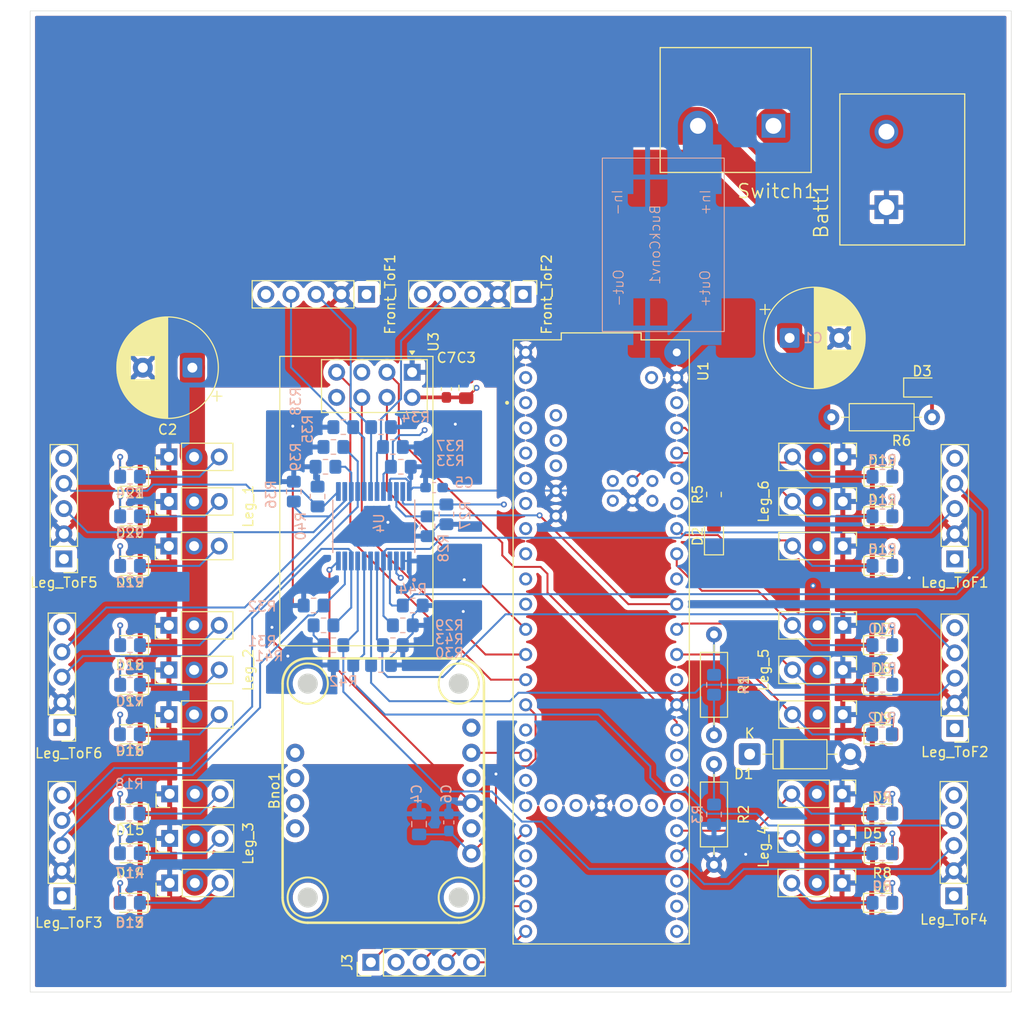
<source format=kicad_pcb>
(kicad_pcb (version 20241229) (generator "pcbnew") (generator_version "9.0")
  (layers (0 "F.Cu" signal) (4 "In1.Cu" signal) (6 "In2.Cu" signal) (2 "B.Cu" signal) (13 "F.Paste" user) (15 "B.Paste" user) (5 "F.SilkS" user "F.Silkscreen") (7 "B.SilkS" user "B.Silkscreen") (1 "F.Mask" user) (3 "B.Mask" user) (25 "Edge.Cuts" user))
  (net 0 "")
  (net 1 "GND")
  (net 2 "Net-(Batt1-Pad2)")
  (net 3 "/Teensy VIN")
  (net 4 "VCC")
  (net 5 "+3.3V")
  (net 6 "Net-(D2-A)")
  (net 7 "Net-(D3-A)")
  (net 8 "Net-(D4-A)")
  (net 9 "Net-(D5-A)")
  (net 10 "Net-(D6-A)")
  (net 11 "Net-(D7-A)")
  (net 12 "Net-(D8-A)")
  (net 13 "Net-(D9-A)")
  (net 14 "Net-(D10-A)")
  (net 15 "/Batt Voltage Div")
  (net 16 "/36")
  (net 17 "/33")
  (net 18 "/37")
  (net 19 "/14")
  (net 20 "/18")
  (net 21 "/15")
  (net 22 "/22")
  (net 23 "/23")
  (net 24 "/19")
  (net 25 "/CE")
  (net 26 "/MISO")
  (net 27 "/CS")
  (net 28 "/SCK")
  (net 30 "/MOSI")
  (net 33 "Net-(D11-A)")
  (net 34 "Net-(D12-A)")
  (net 35 "Net-(D13-A)")
  (net 37 "Net-(D14-A)")
  (net 39 "Net-(D15-A)")
  (net 40 "Net-(D16-A)")
  (net 41 "Net-(D17-A)")
  (net 42 "Net-(D18-A)")
  (net 43 "Net-(D19-A)")
  (net 44 "Net-(D20-A)")
  (net 45 "Net-(D21-A)")
  (net 47 "/2")
  (net 49 "+5V")
  (net 51 "/0")
  (net 52 "/1")
  (net 53 "/5")
  (net 54 "/4")
  (net 55 "/3")
  (net 56 "/6")
  (net 57 "/7")
  (net 58 "/8")
  (net 59 "Net-(R5-Pad2)")
  (net 60 "/I2C Exp SDA")
  (net 61 "/I2C Exp SCL")
  (net 66 "/SCL")
  (net 71 "/SDA")
  (net 72 "/H1")
  (net 73 "/H4")
  (net 74 "/H2")
  (net 75 "/H3")
  (net 76 "/J5")
  (net 77 "/J2")
  (net 78 "/J3")
  (net 79 "/J4")
  (net 80 "/J1")
  (net 81 "/K5")
  (net 82 "/K3")
  (net 83 "/K4")
  (net 84 "/K2")
  (net 85 "/K1")
  (net 86 "/SD6")
  (net 87 "/SC6")
  (net 88 "/SD7")
  (net 89 "/SC7")
  (net 90 "/SD0")
  (net 91 "/SC0")
  (net 92 "/SD1")
  (net 93 "/SC1")
  (net 94 "/SD3")
  (net 95 "/SC3")
  (net 96 "/SC2")
  (net 97 "/SD2")
  (net 98 "/SC4")
  (net 99 "/SD4")
  (net 100 "/SD5")
  (net 101 "/SC5")
  (footprint "Capacitor_SMD:C_0805_2012Metric_Pad1.18x1.45mm_HandSolder" (layer "F.Cu") (at 205 55.0375 90)
    (property "Reference" "C3")
    (property "Value" "10uf")
  )
  (footprint "LED_SMD:LED_0805_2012Metric_Pad1.15x1.40mm_HandSolder" (layer "F.Cu") (at 246.95 81)
    (property "Reference" "D7")
    (property "Value" "LED")
  )
  (footprint "LED_SMD:LED_0805_2012Metric_Pad1.15x1.40mm_HandSolder" (layer "F.Cu") (at 247.025 102)
    (property "Reference" "D5")
    (property "Value" "LED")
  )
  (footprint "LED_SMD:LED_0805_2012Metric_Pad1.15x1.40mm_HandSolder" (layer "F.Cu") (at 246.95 98)
    (property "Reference" "D4")
    (property "Value" "LED")
  )
  (footprint "Connector_PinHeader_2.54mm:PinHeader_1x05_P2.54mm_Vertical" (layer "F.Cu") (at 254.3 89.4 180)
    (property "Reference" "Leg_ToF2")
    (property "Value" "Conn_01x05_Pin")
  )
  (footprint "LED_SMD:LED_0805_2012Metric_Pad1.15x1.40mm_HandSolder" (layer "F.Cu") (at 247 73)
    (property "Reference" "D12")
    (property "Value" "LED")
  )
  (footprint "Connector_PinHeader_2.54mm:PinHeader_1x05_P2.54mm_Vertical" (layer "F.Cu") (at 254.3 72.3 180)
    (property "Reference" "Leg_ToF1")
    (property "Value" "Conn_01x05_Pin")
  )
  (footprint "Resistor_SMD:R_0805_2012Metric_Pad1.20x1.40mm_HandSolder" (layer "F.Cu") (at 230 65.795 90)
    (property "Reference" "R5")
    (property "Value" "510")
  )
  (footprint "Motors:Leg_Servo" (layer "F.Cu") (at 177.62 100.5 90)
    (property "Reference" "Leg_3")
    (property "Value" "~")
  )
  (footprint "Connector_PinHeader_2.54mm:PinHeader_1x05_P2.54mm_Vertical" (layer "F.Cu") (at 164.2 106.3 180)
    (property "Reference" "Leg_ToF3")
    (property "Value" "Conn_01x05_Pin")
  )
  (footprint "Motors:Leg_Servo" (layer "F.Cu") (at 240.46 66.5 -90)
    (property "Reference" "Leg_6")
    (property "Value" "~")
  )
  (footprint "LED_SMD:LED_0805_2012Metric_Pad1.15x1.40mm_HandSolder" (layer "F.Cu") (at 171.08 98 180)
    (property "Reference" "D15")
    (property "Value" "LED")
  )
  (footprint "815:BNO055" (layer "F.Cu") (at 194.217 95.0375 90)
    (property "Reference" "Bno1")
    (property "Value" "~")
    (fp_poly (pts (xy 11.171108 -5.306585) (xy 11.132251 -5.501929) (xy 11.056032 -5.685939) (xy 10.945379 -5.851544) (xy 10.804544 -5.992379) (xy 10.638939 -6.103032) (xy 10.454929 -6.179251) (xy 10.259585 -6.218108) (xy 10.060415 -6.218108) (xy 9.865071 -6.179251) (xy 9.681061 -6.103032) (xy 9.515456 -5.992379) (xy 9.374621 -5.851544) (xy 9.263968 -5.685939) (xy 9.187749 -5.501929) (xy 9.148892 -5.306585) (xy 9.148892 -5.107415) (xy 9.187749 -4.912071) (xy 9.263968 -4.728061) (xy 9.374621 -4.562456) (xy 9.515456 -4.421621) (xy 9.681061 -4.310968) (xy 9.865071 -4.234749) (xy 10.060415 -4.195892) (xy 10.259585 -4.195892) (xy 10.454929 -4.234749) (xy 10.638939 -4.310968) (xy 10.804544 -4.421621) (xy 10.945379 -4.562456) (xy 11.056032 -4.728061) (xy 11.132251 -4.912071) (xy 11.171108 -5.107415)) (fill yes) (layer "Edge.Cuts"))
    (fp_poly (pts (xy -10.418892 -5.306585) (xy -10.457749 -5.501929) (xy -10.533968 -5.685939) (xy -10.644621 -5.851544) (xy -10.785456 -5.992379) (xy -10.951061 -6.103032) (xy -11.135071 -6.179251) (xy -11.330415 -6.218108) (xy -11.529585 -6.218108) (xy -11.724929 -6.179251) (xy -11.908939 -6.103032) (xy -12.074544 -5.992379) (xy -12.215379 -5.851544) (xy -12.326032 -5.685939) (xy -12.402251 -5.501929) (xy -12.441108 -5.306585) (xy -12.441108 -5.107415) (xy -12.402251 -4.912071) (xy -12.326032 -4.728061) (xy -12.215379 -4.562456) (xy -12.074544 -4.421621) (xy -11.908939 -4.310968) (xy -11.724929 -4.234749) (xy -11.529585 -4.195892) (xy -11.330415 -4.195892) (xy -11.135071 -4.234749) (xy -10.951061 -4.310968) (xy -10.785456 -4.421621) (xy -10.644621 -4.562456) (xy -10.533968 -4.728061) (xy -10.457749 -4.912071) (xy -10.418892 -5.107415)) (fill yes) (layer "Edge.Cuts"))
    (fp_poly (pts (xy 11.171108 9.933415) (xy 11.132251 9.738071) (xy 11.056032 9.554061) (xy 10.945379 9.388456) (xy 10.804544 9.247621) (xy 10.638939 9.136968) (xy 10.454929 9.060749) (xy 10.259585 9.021892) (xy 10.060415 9.021892) (xy 9.865071 9.060749) (xy 9.681061 9.136968) (xy 9.515456 9.247621) (xy 9.374621 9.388456) (xy 9.263968 9.554061) (xy 9.187749 9.738071) (xy 9.148892 9.933415) (xy 9.148892 10.132585) (xy 9.187749 10.327929) (xy 9.263968 10.511939) (xy 9.374621 10.677544) (xy 9.515456 10.818379) (xy 9.681061 10.929032) (xy 9.865071 11.005251) (xy 10.060415 11.044108) (xy 10.259585 11.044108) (xy 10.454929 11.005251) (xy 10.638939 10.929032) (xy 10.804544 10.818379) (xy 10.945379 10.677544) (xy 11.056032 10.511939) (xy 11.132251 10.327929) (xy 11.171108 10.132585)) (fill yes) (layer "Edge.Cuts"))
    (fp_poly (pts (xy -10.418892 9.933415) (xy -10.457749 9.738071) (xy -10.533968 9.554061) (xy -10.644621 9.388456) (xy -10.785456 9.247621) (xy -10.951061 9.136968) (xy -11.135071 9.060749) (xy -11.330415 9.021892) (xy -11.529585 9.021892) (xy -11.724929 9.060749) (xy -11.908939 9.136968) (xy -12.074544 9.247621) (xy -12.215379 9.388456) (xy -12.326032 9.554061) (xy -12.402251 9.738071) (xy -12.441108 9.933415) (xy -12.441108 10.132585) (xy -12.402251 10.327929) (xy -12.326032 10.511939) (xy -12.215379 10.677544) (xy -12.074544 10.818379) (xy -11.908939 10.929032) (xy -11.724929 11.005251) (xy -11.529585 11.044108) (xy -11.330415 11.044108) (xy -11.135071 11.005251) (xy -10.951061 10.929032) (xy -10.785456 10.818379) (xy -10.644621 10.677544) (xy -10.533968 10.511939) (xy -10.457749 10.327929) (xy -10.418892 10.132585)) (fill yes) (layer "Edge.Cuts"))
  )
  (footprint "LED_SMD:LED_0805_2012Metric_Pad1.15x1.40mm_HandSolder" (layer "F.Cu") (at 171.08 68 180)
    (property "Reference" "D20")
    (property "Value" "LED")
  )
  (footprint "LED_SMD:LED_0805_2012Metric_Pad1.15x1.40mm_HandSolder" (layer "F.Cu") (at 171.03 107 180)
    (property "Reference" "D13")
    (property "Value" "LED")
  )
  (footprint "Capacitor_SMD:C_0603_1608Metric_Pad1.08x0.95mm_HandSolder" (layer "F.Cu") (at 203 55.1375 90)
    (property "Reference" "C7")
    (property "Value" "0.1uf")
  )
  (footprint "Resistor_THT:R_Axial_DIN0207_L6.3mm_D2.5mm_P10.16mm_Horizontal" (layer "F.Cu") (at 230 90.08 90)
    (property "Reference" "R1")
    (property "Value" "5k")
  )
  (footprint "LED_SMD:LED_0805_2012Metric_Pad1.15x1.40mm_HandSolder" (layer "F.Cu") (at 251 55)
    (property "Reference" "D3")
    (property "Value" "LED")
  )
  (footprint "Connector_PinHeader_2.54mm:PinHeader_1x05_P2.54mm_Vertical" (layer "F.Cu") (at 195.38 113 90)
    (property "Reference" "J3")
    (property "Value" "Conn_01x05_Pin")
  )
  (footprint "Motors:Leg_Servo" (layer "F.Cu") (at 177.54 66.5 90)
    (property "Reference" "Leg_1")
    (property "Value" "~")
  )
  (footprint "LED_SMD:LED_0805_2012Metric_Pad1.15x1.40mm_HandSolder" (layer "F.Cu") (at 247 64)
    (property "Reference" "D10")
    (property "Value" "LED")
  )
  (footprint "Connector_PinHeader_2.54mm:PinHeader_1x05_P2.54mm_Vertical" (layer "F.Cu") (at 164.2 89.3 180)
    (property "Reference" "Leg_ToF6")
    (property "Value" "Conn_01x05_Pin")
  )
  (footprint "LED_SMD:LED_0805_2012Metric_Pad1.15x1.40mm_HandSolder" (layer "F.Cu") (at 247 90)
    (property "Reference" "D9")
    (property "Value" "LED")
  )
  (footprint "Connector_PinHeader_2.54mm:PinHeader_1x05_P2.54mm_Vertical" (layer "F.Cu") (at 254.2 106.3 180)
    (property "Reference" "Leg_ToF4")
    (property "Value" "Conn_01x05_Pin")
  )
  (footprint "LED_SMD:LED_0805_2012Metric_Pad1.15x1.40mm_HandSolder" (layer "F.Cu") (at 171.08 73 180)
    (property "Reference" "D19")
    (property "Value" "LED")
  )
  (footprint "Resistor_THT:R_Axial_DIN0207_L6.3mm_D2.5mm_P10.16mm_Horizontal" (layer "F.Cu") (at 252 58 180)
    (property "Reference" "R6")
    (property "Value" "4.7k")
  )
  (footprint "Capacitor_THT:CP_Radial_D10.0mm_P5.00mm" (layer "F.Cu") (at 177.367677 53 180)
    (property "Reference" "C2")
    (property "Value" "1500uf")
  )
  (footprint "Connector_PinHeader_2.54mm:PinHeader_1x05_P2.54mm_Vertical" (layer "F.Cu") (at 164.4 72.3 180)
    (property "Reference" "Leg_ToF5")
    (property "Value" "Conn_01x05_Pin")
  )
  (footprint "LED_SMD:LED_0805_2012Metric_Pad1.15x1.40mm_HandSolder" (layer "F.Cu") (at 171.08 102 180)
    (property "Reference" "D14")
    (property "Value" "LED")
  )
  (footprint "TEENSY 4.1:MODULE_DEV-16771" (layer "F.Cu") (at 218.62 80.67 -90)
    (property "Reference" "U1")
    (property "Value" "DEV-16771")
  )
  (footprint "LED_SMD:LED_0805_2012Metric_Pad1.15x1.40mm_HandSolder" (layer "F.Cu") (at 171.08 64 180)
    (property "Reference" "D21")
    (property "Value" "LED")
  )
  (footprint "Motors:Leg_Servo" (layer "F.Cu") (at 240.38 100.5 -90)
    (property "Reference" "Leg_4")
    (property "Value" "~")
  )
  (footprint "Diode_THT:D_DO-41_SOD81_P10.16mm_Horizontal" (layer "F.Cu") (at 233.6 92)
    (property "Reference" "D1")
    (property "Value" "1N47xxA")
  )
  (footprint "Connector_PinHeader_2.54mm:PinHeader_1x05_P2.54mm_Vertical" (layer "F.Cu") (at 194.94 45.6 -90)
    (property "Reference" "Front_ToF1")
    (property "Value" "Conn_01x05_Pin")
  )
  (footprint "LED_SMD:LED_0805_2012Metric_Pad1.15x1.40mm_HandSolder" (layer "F.Cu") (at 171.08 81 180)
    (property "Reference" "D18")
    (property "Value" "LED")
  )
  (footprint "LED_SMD:LED_0805_2012Metric_Pad1.15x1.40mm_HandSolder" (layer "F.Cu") (at 230 70.025 90)
    (property "Reference" "D2")
    (property "Value" "LED")
  )
  (footprint "Motors:Leg_Servo" (layer "F.Cu") (at 177.54 83.5 90)
    (property "Reference" "Leg_2")
    (property "Value" "~")
  )
  (footprint "LED_SMD:LED_0805_2012Metric_Pad1.15x1.40mm_HandSolder" (layer "F.Cu") (at 246.95 85)
    (property "Reference" "D8")
    (property "Value" "LED")
  )
  (footprint "Capacitor_THT:CP_Radial_D10.0mm_P5.00mm" (layer "F.Cu") (at 237.632323 50)
    (property "Reference" "C1")
    (property "Value" "1500uf")
  )
  (footprint "LED_SMD:LED_0805_2012Metric_Pad1.15x1.40mm_HandSolder" (layer "F.Cu") (at 246.95 107)
    (property "Reference" "D6")
    (property "Value" "LED")
  )
  (footprint "Terminal 2 Pin:CUI_TB005-762-02BE" (layer "F.Cu") (at 236 28.6 180)
    (property "Reference" "Switch1")
    (property "Value" "TB005-762-02BE")
  )
  (footprint "Connector_PinHeader_2.54mm:PinHeader_1x05_P2.54mm_Vertical" (layer "F.Cu") (at 210.74 45.6 -90)
    (property "Reference" "Front_ToF2")
    (property "Value" "Conn_01x05_Pin")
  )
  (footprint "LED_SMD:LED_0805_2012Metric_Pad1.15x1.40mm_HandSolder" (layer "F.Cu") (at 247 68)
    (property "Reference" "D11")
    (property "Value" "LED")
  )
  (footprint "Motors:Leg_Servo" (layer "F.Cu") (at 240.46 83.5 -90)
    (property "Reference" "Leg_5")
    (property "Value" "~")
  )
  (footprint "LED_SMD:LED_0805_2012Metric_Pad1.15x1.40mm_HandSolder" (layer "F.Cu") (at 171.08 90 180)
    (property "Reference" "D16")
    (property "Value" "LED")
  )
  (footprint "RF_Module:nRF24L01_Breakout" (layer "F.Cu") (at 199.54 53.46 -90)
    (property "Reference" "U3")
    (property "Value" "NRF24L01_Breakout")
  )
  (footprint "Resistor_THT:R_Axial_DIN0207_L6.3mm_D2.5mm_P10.16mm_Horizontal" (layer "F.Cu") (at 230 103.16 90)
    (property "Reference" "R2")
    (property "Value" "4.7k")
  )
  (footprint "Terminal 2 Pin:CUI_TB005-762-02BE" (layer "F.Cu") (at 247.4 36.81 90)
    (property "Reference" "Batt1")
    (property "Value" "TB005-762-02BE")
  )
  (footprint "LED_SMD:LED_0805_2012Metric_Pad1.15x1.40mm_HandSolder" (layer "F.Cu") (at 171.08 85 180)
    (property "Reference" "D17")
    (property "Value" "LED")
  )
  (footprint "Resistor_SMD:R_0805_2012Metric_Pad1.20x1.40mm_HandSolder" (layer "B.Cu") (at 171.015 98)
    (property "Reference" "R18")
    (property "Value" "510")
  )
  (footprint "Capacitor_SMD:C_0603_1608Metric_Pad1.08x0.95mm_HandSolder" (layer "B.Cu") (at 201.7625 65.1)
    (property "Reference" "C5")
    (property "Value" "0.1uf")
  )
  (footprint "PCA9548ADB:SOP65P780X200-24N" (layer "B.Cu") (at 195.675 69 90)
    (property "Reference" "U4")
    (property "Value" "PCA9548ADB")
  )
  (footprint "Resistor_SMD:R_0805_2012Metric_Pad1.20x1.40mm_HandSolder" (layer "B.Cu") (at 187.6 65.5 -90)
    (property "Reference" "R36")
    (property "Value" "10k")
  )
  (footprint "Resistor_SMD:R_0805_2012Metric_Pad1.20x1.40mm_HandSolder" (layer "B.Cu") (at 246.975 102 180)
    (property "Reference" "R8")
    (property "Value" "510")
  )
  (footprint "Resistor_SMD:R_0805_2012Metric_Pad1.20x1.40mm_HandSolder" (layer "B.Cu") (at 171.08 85)
    (property "Reference" "R20")
    (property "Value" "510")
  )
  (footprint "Resistor_SMD:R_0805_2012Metric_Pad1.20x1.40mm_HandSolder" (layer "B.Cu") (at 190.8 63)
    (property "Reference" "R39")
    (property "Value" "10k")
  )
  (footprint "Resistor_SMD:R_0805_2012Metric_Pad1.20x1.40mm_HandSolder" (layer "B.Cu") (at 198.6 79 180)
    (property "Reference" "R29")
    (property "Value" "10k")
  )
  (footprint "Resistor_SMD:R_0805_2012Metric_Pad1.20x1.40mm_HandSolder" (layer "B.Cu") (at 190.6 79)
    (property "Reference" "R41")
    (property "Value" "10k")
  )
  (footprint "Resistor_SMD:R_0805_2012Metric_Pad1.20x1.40mm_HandSolder" (layer "B.Cu") (at 192.6 83)
    (property "Reference" "R42")
    (property "Value" "10k")
  )
  (footprint "Resistor_SMD:R_0805_2012Metric_Pad1.20x1.40mm_HandSolder" (layer "B.Cu") (at 247 73 180)
    (property "Reference" "R15")
    (property "Value" "510")
  )
  (footprint "Resistor_SMD:R_0805_2012Metric_Pad1.20x1.40mm_HandSolder" (layer "B.Cu") (at 191.6 81)
    (property "Reference" "R31")
    (property "Value" "10k")
  )
  (footprint "Resistor_SMD:R_0805_2012Metric_Pad1.20x1.40mm_HandSolder" (layer "B.Cu") (at 197.6 81 180)
    (property "Reference" "R43")
    (property "Value" "10k")
  )
  (footprint "Resistor_SMD:R_0805_2012Metric_Pad1.20x1.40mm_HandSolder" (layer "B.Cu") (at 246.95 90 180)
    (property "Reference" "R12")
    (property "Value" "510")
  )
  (footprint "Resistor_SMD:R_0805_2012Metric_Pad1.20x1.40mm_HandSolder" (layer "B.Cu") (at 247 68 180)
    (property "Reference" "R14")
    (property "Value" "510")
  )
  (footprint "Capacitor_SMD:C_0603_1608Metric_Pad1.08x0.95mm_HandSolder" (layer "B.Cu") (at 203.24 98.8825 90)
    (property "Reference" "C6")
    (property "Value" "0.1uf")
  )
  (footprint "Resistor_SMD:R_0805_2012Metric_Pad1.20x1.40mm_HandSolder" (layer "B.Cu") (at 171.08 107)
    (property "Reference" "R16")
    (property "Value" "510")
  )
  (footprint "Resistor_SMD:R_0805_2012Metric_Pad1.20x1.40mm_HandSolder" (layer "B.Cu") (at 189.6 77)
    (property "Reference" "R32")
    (property "Value" "10k")
  )
  (footprint "Resistor_SMD:R_0805_2012Metric_Pad1.20x1.40mm_HandSolder" (layer "B.Cu") (at 171.055 90)
    (property "Reference" "R19")
    (property "Value" "510")
  )
  (footprint "Resistor_SMD:R_0805_2012Metric_Pad1.20x1.40mm_HandSolder" (layer "B.Cu") (at 197.6 61 180)
    (property "Reference" "R37")
    (property "Value" "10k")
  )
  (footprint "Resistor_SMD:R_0805_2012Metric_Pad1.20x1.40mm_HandSolder" (layer "B.Cu") (at 203 67.8 -90)
    (property "Reference" "R27")
    (property "Value" "10k")
  )
  (footprint "Buck Converter 5V MP1584EN:Buck Converter 5V MP1584EN" (layer "B.Cu") (at 233.066 40.6 -90)
    (property "Reference" "BuckConv1")
    (property "Value" "~")
  )
  (footprint "Resistor_SMD:R_0805_2012Metric_Pad1.20x1.40mm_HandSolder" (layer "B.Cu") (at 191.6 61)
    (property "Reference" "R35")
    (property "Value" "10k")
  )
  (footprint "Resistor_SMD:R_0805_2012Metric_Pad1.20x1.40mm_HandSolder" (layer "B.Cu") (at 247 81 180)
    (property "Reference" "R10")
    (property "Value" "510")
  )
  (footprint "Resistor_SMD:R_0805_2012Metric_Pad1.20x1.40mm_HandSolder" (layer "B.Cu") (at 171.08 68)
    (property "Reference" "R23")
    (property "Value" "510")
  )
  (footprint "Resistor_SMD:R_0805_2012Metric_Pad1.20x1.40mm_HandSolder" (layer "B.Cu") (at 198.4 63 180)
    (property "Reference" "R33")
    (property "Value" "10k")
  )
  (footprint "Resistor_SMD:R_0805_2012Metric_Pad1.20x1.40mm_HandSolder" (layer "B.Cu") (at 171.055 102)
    (property "Reference" "R17")
    (property "Value" "510")
  )
  (footprint "Resistor_SMD:R_0805_2012Metric_Pad1.20x1.40mm_HandSolder" (layer "B.Cu") (at 247 64 180)
    (property "Reference" "R13")
    (property "Value" "510")
  )
  (footprint "Resistor_SMD:R_0805_2012Metric_Pad1.20x1.40mm_HandSolder" (layer "B.Cu") (at 247 98 180)
    (property "Reference" "R7")
    (property "Value" "510")
  )
  (footprint "Resistor_SMD:R_0805_2012Metric_Pad1.20x1.40mm_HandSolder" (layer "B.Cu") (at 247 107 180)
    (property "Reference" "R9")
    (property "Value" "510")
  )
  (footprint "Resistor_SMD:R_0805_2012Metric_Pad1.20x1.40mm_HandSolder" (layer "B.Cu") (at 192.6 59)
    (property "Reference" "R38")
    (property "Value" "10k")
  )
  (footprint "Resistor_SMD:R_0805_2012Metric_Pad1.20x1.40mm_HandSolder" (layer "B.Cu") (at 230 98.08 -90)
    (property "Reference" "R3")
    (property "Value" "4.7k")
  )
  (footprint "Resistor_SMD:R_0805_2012Metric_Pad1.20x1.40mm_HandSolder" (layer "B.Cu") (at 190 66 -90)
    (property "Reference" "R40")
    (property "Value" "10k")
  )
  (footprint "Resistor_SMD:R_0805_2012Metric_Pad1.20x1.40mm_HandSolder" (layer "B.Cu") (at 196.4 59 180)
    (property "Reference" "R34")
    (property "Value" "10k")
  )
  (footprint "Resistor_SMD:R_0805_2012Metric_Pad1.20x1.40mm_HandSolder" (layer "B.Cu") (at 247 85 180)
    (property "Reference" "R11")
    (property "Value" "510")
  )
  (footprint "Resistor_SMD:R_0805_2012Metric_Pad1.20x1.40mm_HandSolder" (layer "B.Cu") (at 171.08 73)
    (property "Reference" "R22")
    (property "Value" "510")
  )
  (footprint "Resistor_SMD:R_0805_2012Metric_Pad1.20x1.40mm_HandSolder" (layer "B.Cu") (at 171.08 64)
    (property "Reference" "R24")
    (property "Value" "510")
  )
  (footprint "Resistor_SMD:R_0805_2012Metric_Pad1.20x1.40mm_HandSolder" (layer "B.Cu") (at 201.1 69 -90)
    (property "Reference" "R28")
    (property "Value" "10k")
  )
  (footprint "Resistor_SMD:R_0805_2012Metric_Pad1.20x1.40mm_HandSolder" (layer "B.Cu") (at 196.4 83 180)
    (property "Reference" "R30")
    (property "Value" "10k")
  )
  (footprint "Resistor_SMD:R_0805_2012Metric_Pad1.20x1.40mm_HandSolder" (layer "B.Cu") (at 199.6 77 180)
    (property "Reference" "R44")
    (property "Value" "10k")
  )
  (footprint "Capacitor_SMD:C_0805_2012Metric_Pad1.18x1.45mm_HandSolder" (layer "B.Cu") (at 200.24 99.0575 90)
    (property "Reference" "C4")
    (property "Value" "10uf")
  )
  (footprint "Resistor_SMD:R_0805_2012Metric_Pad1.20x1.40mm_HandSolder" (layer "B.Cu") (at 230 85 -90)
    (property "Reference" "R4")
    (property "Value" "5k")
  )
  (footprint "Resistor_SMD:R_0805_2012Metric_Pad1.20x1.40mm_HandSolder" (layer "B.Cu") (at 171.08 81)
    (property "Reference" "R21")
    (property "Value" "510")
  )
  (gr_line (start 240.38 105) (end 240.46 62) (stroke (width 2.54)) (layer "F.Cu") (net 4))
  (gr_rect (start 161 17) (end 260 116) (stroke (width 0.05)) (fill no) (layer "Edge.Cuts"))
  (segment (start 191.2 82.6225) (end 205.52 96.9425) (width 0.2) (layer "F.Cu") (net 1))
  (segment (start 191.2 73.4) (end 191.2 82.6225) (width 0.2) (layer "F.Cu") (net 1))
  (via (at 191.2 73.4) (size 0.6) (drill 0.3) (layers "F.Cu" "B.Cu") (net 1))
  (via (at 249.7 74.2) (size 0.6) (drill 0.3) (layers "F.Cu" "B.Cu") (net 1))
  (via (at 233.2 102.1) (size 0.6) (drill 0.3) (layers "F.Cu" "B.Cu") (net 1))
  (via (at 208 94) (size 0.6) (drill 0.3) (layers "F.Cu" "B.Cu") (net 1))
  (segment (start 191.205 73.4) (end 191.2 73.4) (width 0.2) (layer "B.Cu") (net 1))
  (segment (start 192.1 72.505) (end 191.205 73.4) (width 0.2) (layer "B.Cu") (net 1))
  (segment (start 202.925 65.4) (end 220.76 65.4) (width 0.2) (layer "B.Cu") (net 1))
  (segment (start 220.76 65.4) (end 221.79 66.43) (width 0.2) (layer "B.Cu") (net 1))
  (segment (start 202.625 65.1) (end 202.925 65.4) (width 0.2) (layer "B.Cu") (net 1))
  (segment (start 230 99.08) (end 230 103.16) (width 0.2) (layer "B.Cu") (net 1))
  (segment (start 236.59 29.19) (end 236 28.6) (width 3.81) (layer "F.Cu") (net 2))
  (segment (start 247.4 29.19) (end 236.59 29.19) (width 3.81) (layer "F.Cu") (net 2))
  (segment (start 226.24 51.46) (end 229.256 48.444) (width 2.54) (layer "B.Cu") (net 3))
  (segment (start 229.256 48.444) (end 229.256 48.22) (width 2.54) (layer "B.Cu") (net 3))
  (segment (start 177.367677 44.632323) (end 177.367677 53) (width 2.54) (layer "F.Cu") (net 4))
  (segment (start 177.62 62.08) (end 177.54 62) (width 0.2) (layer "F.Cu") (net 4))
  (segment (start 237.632323 37.852323) (end 228.38 28.6) (width 3.048) (layer "F.Cu") (net 4))
  (segment (start 177.62 105) (end 177.62 62.08) (width 2.54) (layer "F.Cu") (net 4))
  (segment (start 240.46 52.827678) (end 237.632323 50) (width 2.54) (layer "F.Cu") (net 4))
  (segment (start 228.38 28.6) (end 193.4 28.6) (width 3.81) (layer "F.Cu") (net 4))
  (segment (start 240.46 62) (end 240.46 52.827678) (width 2.54) (layer "F.Cu") (net 4))
  (segment (start 240.46 59.38) (end 240.46 62) (width 0.508) (layer "F.Cu") (net 4))
  (segment (start 241.84 58) (end 240.46 59.38) (width 0.508) (layer "F.Cu") (net 4))
  (segment (start 177.367677 61.827677) (end 177.62 62.08) (width 2.54) (layer "F.Cu") (net 4))
  (segment (start 177.367677 53) (end 177.367677 61.827677) (width 2.54) (layer "F.Cu") (net 4))
  (segment (start 237.632323 50) (end 237.632323 37.852323) (width 2.54) (layer "F.Cu") (net 4))
  (segment (start 193.4 28.6) (end 177.367677 44.632323) (width 2.54) (layer "F.Cu") (net 4))
  (via (at 240 75) (size 0.6) (drill 0.3) (layers "F.Cu" "B.Cu") (net 4))
  (segment (start 228.38 32.104) (end 229.256 32.98) (width 3.048) (layer "B.Cu") (net 4))
  (segment (start 228.38 28.6) (end 228.38 32.104) (width 3.048) (layer "B.Cu") (net 4))
  (segment (start 230 84) (end 230 79.92) (width 0.2) (layer "B.Cu") (net 4))
  (segment (start 199.54 56) (end 204.925 56) (width 0.381) (layer "F.Cu") (net 5))
  (segment (start 208 95.225287) (end 210 93.225287) (width 0.2) (layer "F.Cu") (net 5))
  (segment (start 211.225287 93.225287) (end 212 92.450574) (width 0.2) (layer "F.Cu") (net 5))
  (segment (start 212 92.450574) (end 212 88.02) (width 0.2) (layer "F.Cu") (net 5))
  (segment (start 187.5 77.1) (end 185.4 79.2) (width 0.2) (layer "F.Cu") (net 5))
  (segment (start 205.49 55.585) (end 206.0375 55.0375) (width 0.254) (layer "F.Cu") (net 5))
  (segment (start 206.0375 55.0375) (end 206.075 55) (width 0.254) (layer "F.Cu") (net 5))
  (segment (start 210 93.225287) (end 211.225287 93.225287) (width 0.2) (layer "F.Cu") (net 5))
  (segment (start 208 99.5425) (end 208 95.225287) (width 0.2) (layer "F.Cu") (net 5))
  (segment (start 204.925 56) (end 205 56.075) (width 0.2) (layer "F.Cu") (net 5))
  (segment (start 187 82.1) (end 185.4 80.5) (width 0.2) (layer "F.Cu") (net 5))
  (segment (start 185.4 80.5) (end 185.4 79.2) (width 0.2) (layer "F.Cu") (net 5))
  (segment (start 205.52 102.0225) (end 208 99.5425) (width 0.2) (layer "F.Cu") (net 5))
  (segment (start 212 88.02) (end 211 87.02) (width 0.2) (layer "F.Cu") (net 5))
  (segment (start 187.5 58.9) (end 187.5 77.1) (width 0.2) (layer "F.Cu") (net 5))
  (via (at 185.4 79.2) (size 0.6) (drill 0.3) (layers "F.Cu" "B.Cu") (net 5))
  (via (at 203.9 58.7) (size 0.6) (drill 0.3) (layers "F.Cu" "B.Cu") (net 5))
  (via (at 187.5 58.9) (size 0.6) (drill 0.3) (layers "F.Cu" "B.Cu") (net 5))
  (via (at 206.0375 55.0375) (size 0.6) (drill 0.3) (layers "F.Cu" "B.Cu") (net 5))
  (via (at 204.7 77.6) (size 0.6) (drill 0.3) (layers "F.Cu" "B.Cu") (net 5))
  (via (at 197.1 68.6) (size 0.6) (drill 0.3) (layers "F.Cu" "B.Cu") (net 5))
  (via (at 204.8 74.4) (size 0.6) (drill 0.3) (layers "F.Cu" "B.Cu") (net 5))
  (via (at 187 82.1) (size 0.6) (drill 0.3) (layers "F.Cu" "B.Cu") (net 5))
  (segment (start 200.9 65.1) (end 199.645 65.1) (width 0.2) (layer "B.Cu") (net 5))
  (segment (start 203.2425 99.745) (end 205.52 102.0225) (width 0.2) (layer "B.Cu") (net 5))
  (segment (start 198.6 72.505) (end 199.25 72.505) (width 0.2) (layer "B.Cu") (net 5))
  (segment (start 198.6 80.8) (end 199.6 79.8) (width 0.2) (layer "B.Cu") (net 5))
  (segment (start 202.89 100.095) (end 203.24 99.745) (width 0.2) (layer "B.Cu") (net 5))
  (segment (start 199.6 79) (end 199.6 78) (width 0.2) (layer "B.Cu") (net 5))
  (segment (start 199.645 65.1) (end 199.25 65.495) (width 0.2) (layer "B.Cu") (net 5))
  (segment (start 197.4 82.2) (end 198.6 81) (width 0.2) (layer "B.Cu") (net 5))
  (segment (start 203.24 99.745) (end 203.2425 99.745) (width 0.2) (layer "B.Cu") (net 5))
  (segment (start 198.904999 64.2) (end 199.25 64.545001) (width 0.2) (layer "B.Cu") (net 5))
  (segment (start 189.6 79) (end 189.6 80) (width 0.2) (layer "B.Cu") (net 5))
  (segment (start 197.3 65.495) (end 197.3 64.3) (width 0.2) (layer "B.Cu") (net 5))
  (segment (start 203 68.8) (end 202.3 68.8) (width 0.2) (layer "B.Cu") (net 5))
  (segment (start 198.6 81) (end 198.6 80.8) (width 0.2) (layer "B.Cu") (net 5))
  (segment (start 200.24 100.095) (end 202.89 100.095) (width 0.2) (layer "B.Cu") (net 5))
  (segment (start 189.6 80) (end 190.6 81) (width 0.2) (layer "B.Cu") (net 5))
  (segment (start 199.4 65.345) (end 199.25 65.495) (width 0.2) (layer "B.Cu") (net 5))
  (segment (start 211.02 87) (end 211 87.02) (width 0.2) (layer "B.Cu") (net 5))
  (segment (start 199.4 63) (end 199.4 65.345) (width 0.2) (layer "B.Cu") (net 5))
  (segment (start 198.689 60.711) (end 198.4 61) (width 0.254) (layer "B.Cu") (net 5))
  (segment (start 199.25 64.545001) (end 199.25 65.495) (width 0.2) (layer "B.Cu") (net 5))
  (segment (start 197.3 64.3) (end 197.4 64.2) (width 0.2) (layer "B.Cu") (net 5))
  (segment (start 197.4 83) (end 197.4 82.2) (width 0.2) (layer "B.Cu") (net 5))
  (segment (start 199.6 79.8) (end 199.6 79) (width 0.2) (layer "B.Cu") (net 5))
  (segment (start 197.4 64.2) (end 198.904999 64.2) (width 0.2) (layer "B.Cu") (net 5))
  (segment (start 199.6 78) (end 200.6 77) (width 0.2) (layer "B.Cu") (net 5))
  (segment (start 202.3 68.8) (end 201.1 70) (width 0.2) (layer "B.Cu") (net 5))
  (segment (start 230 69) (end 230 66.795) (width 0.2) (layer "F.Cu") (net 6))
  (segment (start 252 55.025) (end 252.025 55) (width 0.2) (layer "F.Cu") (net 7))
  (segment (start 252 58) (end 252 55.025) (width 0.381) (layer "F.Cu") (net 7))
  (segment (start 247.975 98) (end 247.975 96.025) (width 0.2) (layer "F.Cu") (net 8))
  (segment (start 247.975 96.025) (end 248 96) (width 0.2) (layer "F.Cu") (net 8))
  (via (at 248 96) (size 0.6) (drill 0.3) (layers "F.Cu" "B.Cu") (net 8))
  (segment (start 248 98) (end 248 96) (width 0.2) (layer "B.Cu") (net 8))
  (segment (start 248.05 100.05) (end 248 100) (width 0.2) (layer "F.Cu") (net 9))
  (segment (start 248.05 102) (end 248.05 100.05) (width 0.2) (layer "F.Cu") (net 9))
  (via (at 248 100) (size 0.6) (drill 0.3) (layers "F.Cu" "B.Cu") (net 9))
  (segment (start 247.975 102) (end 247.975 100.025) (width 0.2) (layer "B.Cu") (net 9))
  (segment (start 247.975 100.025) (end 248 100) (width 0.2) (layer "B.Cu") (net 9))
  (segment (start 247.975 105.025) (end 248 105) (width 0.2) (layer "F.Cu") (net 10))
  (segment (start 247.975 107) (end 247.975 105.025) (width 0.2) (layer "F.Cu") (net 10))
  (via (at 248 105) (size 0.6) (drill 0.3) (layers "F.Cu" "B.Cu") (net 10))
  (segment (start 248 107) (end 248 105) (width 0.2) (layer "B.Cu") (net 10))
  (segment (start 247.975 79.025) (end 248 79) (width 0.2) (layer "F.Cu") (net 11))
  (segment (start 247.975 81) (end 247.975 79.025) (width 0.2) (layer "F.Cu") (net 11))
  (via (at 248 79) (size 0.6) (drill 0.3) (layers "F.Cu" "B.Cu") (net 11))
  (segment (start 248 81) (end 248 79) (width 0.2) (layer "B.Cu") (net 11))
  (segment (start 247.975 83.025) (end 248 83) (width 0.2) (layer "F.Cu") (net 12))
  (segment (start 247.975 85) (end 247.975 83.025) (width 0.2) (layer "F.Cu") (net 12))
  (via (at 248 83) (size 0.6) (drill 0.3) (layers "F.Cu" "B.Cu") (net 12))
  (segment (start 248 85) (end 248 83) (width 0.2) (layer "B.Cu") (net 12))
  (segment (start 248.025 90) (end 248.025 88.025) (width 0.2) (layer "F.Cu") (net 13))
  (segment (start 248.025 88.025) (end 248 88) (width 0.2) (layer "F.Cu") (net 13))
  (via (at 248 88) (size 0.6) (drill 0.3) (layers "F.Cu" "B.Cu") (net 13))
  (segment (start 247.95 88.05) (end 248 88) (width 0.2) (layer "B.Cu") (net 13))
  (segment (start 247.95 90) (end 247.95 88.05) (width 0.2) (layer "B.Cu") (net 13))
  (segment (start 248.025 64) (end 248.025 62.025) (width 0.2) (layer "F.Cu") (net 14))
  (segment (start 248.025 62.025) (end 248 62) (width 0.2) (layer "F.Cu") (net 14))
  (via (at 248 62) (size 0.6) (drill 0.3) (layers "F.Cu" "B.Cu") (net 14))
  (segment (start 248 64) (end 248 62) (width 0.2) (layer "B.Cu") (net 14))
  (segment (start 230 86) (end 230 90.08) (width 0.2) (layer "B.Cu") (net 15))
  (segment (start 230 97.08) (end 230 93) (width 0.2) (layer "B.Cu") (net 15))
  (segment (start 237.84 100.5) (end 228 100.5) (width 0.2) (layer "F.Cu") (net 16))
  (segment (start 228 100.5) (end 226.24 102.26) (width 0.2) (layer "F.Cu") (net 16))
  (segment (start 239.34 102) (end 245.975 102) (width 0.2) (layer "B.Cu") (net 16))
  (segment (start 237.84 100.5) (end 239.34 102) (width 0.2) (layer "B.Cu") (net 16))
  (segment (start 239.84 107) (end 246 107) (width 0.2) (layer "B.Cu") (net 17))
  (segment (start 237.84 105) (end 239.84 107) (width 0.2) (layer "B.Cu") (net 17))
  (segment (start 234.12 99.72) (end 226.24 99.72) (width 0.2) (layer "F.Cu") (net 18))
  (segment (start 237.84 96) (end 234.12 99.72) (width 0.2) (layer "F.Cu") (net 18))
  (segment (start 239.84 98) (end 246 98) (width 0.2) (layer "B.Cu") (net 18))
  (segment (start 237.84 96) (end 239.84 98) (width 0.2) (layer "B.Cu") (net 18))
  (segment (start 231.86 81.94) (end 226.24 81.94) (width 0.2) (layer "F.Cu") (net 19))
  (segment (start 237.92 88) (end 231.86 81.94) (width 0.2) (layer "F.Cu") (net 19))
  (segment (start 239.92 90) (end 245.95 90) (width 0.2) (layer "B.Cu") (net 19))
  (segment (start 237.92 88) (end 239.92 90) (width 0.2) (layer "B.Cu") (net 19))
  (segment (start 228.779574 75.509) (end 234.429 75.509) (width 0.2) (layer "F.Cu") (net 20))
  (segment (start 226.24 72.969426) (end 228.779574 75.509) (width 0.2) (layer "F.Cu") (net 20))
  (segment (start 226.24 71.78) (end 226.24 72.969426) (width 0.2) (layer "F.Cu") (net 20))
  (segment (start 234.429 75.509) (end 237.92 79) (width 0.2) (layer "F.Cu") (net 20))
  (segment (start 237.92 79) (end 239.92 81) (width 0.2) (layer "B.Cu") (net 20))
  (segment (start 239.92 81) (end 246 81) (width 0.2) (layer "B.Cu") (net 20))
  (segment (start 226.821 78.819) (end 226.24 79.4) (width 0.2) (layer "F.Cu") (net 21))
  (segment (start 233.239 78.819) (end 226.821 78.819) (width 0.2) (layer "F.Cu") (net 21))
  (segment (start 237.92 83.5) (end 233.239 78.819) (width 0.2) (layer "F.Cu") (net 21))
  (segment (start 237.92 83.5) (end 239.42 85) (width 0.2) (layer "B.Cu") (net 21))
  (segment (start 239.42 85) (end 246 85) (width 0.2) (layer "B.Cu") (net 21))
  (segment (start 237.92 66.5) (end 236.769 65.349) (width 0.2) (layer "F.Cu") (net 22))
  (segment (start 228.41116 61.62) (end 226.24 61.62) (width 0.2) (layer "F.Cu") (net 22))
  (segment (start 232.14016 65.349) (end 228.41116 61.62) (width 0.2) (layer "F.Cu") (net 22))
  (segment (start 236.769 65.349) (end 232.14016 65.349) (width 0.2) (layer "F.Cu") (net 22))
  (segment (start 237.92 66.5) (end 239.42 68) (width 0.2) (layer "B.Cu") (net 22))
  (segment (start 239.42 68) (end 246 68) (width 0.2) (layer "B.Cu") (net 22))
  (segment (start 227.08 59.08) (end 226.24 59.08) (width 0.2) (layer "F.Cu") (net 23))
  (segment (start 237.92 62) (end 237.349 62.571) (width 0.2) (layer "F.Cu") (net 23))
  (segment (start 230.571 62.571) (end 227.08 59.08) (width 0.2) (layer "F.Cu") (net 23))
  (segment (start 237.349 62.571) (end 230.571 62.571) (width 0.2) (layer "F.Cu") (net 23))
  (segment (start 246 64) (end 239.92 64) (width 0.2) (layer "B.Cu") (net 23))
  (segment (start 239.92 64) (end 237.92 62) (width 0.2) (layer "B.Cu") (net 23))
  (segment (start 230.40516 69.894) (end 226.894 69.894) (width 0.2) (layer "F.Cu") (net 24))
  (segment (start 226.894 69.894) (end 226.24 69.24) (width 0.2) (layer "F.Cu") (net 24))
  (segment (start 230.94016 70.429) (end 230.40516 69.894) (width 0.2) (layer "F.Cu") (net 24))
  (segment (start 237.349 70.429) (end 230.94016 70.429) (width 0.2) (layer "F.Cu") (net 24))
  (segment (start 237.92 71) (end 237.349 70.429) (width 0.2) (layer "F.Cu") (net 24))
  (segment (start 239.92 73) (end 246 73) (width 0.2) (layer "B.Cu") (net 24))
  (segment (start 237.92 71) (end 239.92 73) (width 0.2) (layer "B.Cu") (net 24))
  (segment (start 226.24 88.74) (end 226.24 89.56) (width 0.2) (layer "F.Cu") (net 25))
  (segment (start 208.636332 71.936332) (end 209.8 73.1) (width 0.2) (layer "F.Cu") (net 25))
  (segment (start 213.2 75.7) (end 226.24 88.74) (width 0.2) (layer "F.Cu") (net 25))
  (segment (start 208.636332 70.663668) (end 208.636332 71.936332) (width 0.2) (layer "F.Cu") (net 25))
  (segment (start 209.8 73.1) (end 212.5 73.1) (width 0.2) (layer "F.Cu") (net 25))
  (segment (start 213.2 73.8) (end 213.2 75.7) (width 0.2) (layer "F.Cu") (net 25))
  (segment (start 198.2 60.227337) (end 208.636332 70.663668) (width 0.2) (layer "F.Cu") (net 25))
  (segment (start 198.2 54.66) (end 198.2 60.227337) (width 0.2) (layer "F.Cu") (net 25))
  (segment (start 212.5 73.1) (end 213.2 73.8) (width 0.2) (layer "F.Cu") (net 25))
  (segment (start 197 53.46) (end 198.2 54.66) (width 0.2) (layer "F.Cu") (net 25))
  (segment (start 193.309 70.309) (end 207.48 84.48) (width 0.2) (layer "F.Cu") (net 26))
  (segment (start 207.48 84.48) (end 211 84.48) (width 0.2) (layer "F.Cu") (net 26))
  (segment (start 191.92 53.46) (end 193.309 54.849) (width 0.2) (layer "F.Cu") (net 26))
  (segment (start 193.309 54.849) (end 193.309 70.309) (width 0.2) (layer "F.Cu") (net 26))
  (segment (start 197 56) (end 197 65.4) (width 0.2) (layer "F.Cu") (net 27))
  (segment (start 197 65.4) (end 211 79.4) (width 0.2) (layer "F.Cu") (net 27))
  (segment (start 211 81.94) (end 206.94 81.94) (width 0.2) (layer "F.Cu") (net 30))
  (segment (start 194.46 69.46) (end 194.46 56) (width 0.2) (layer "F.Cu") (net 30))
  (segment (start 206.94 81.94) (end 194.46 69.46) (width 0.2) (layer "F.Cu") (net 30))
  (segment (start 248.025 66.025) (end 248.025 68) (width 0.2) (layer "F.Cu") (net 33))
  (segment (start 248 66) (end 248.025 66.025) (width 0.2) (layer "F.Cu") (net 33))
  (via (at 248 66) (size 0.6) (drill 0.3) (layers "F.Cu" "B.Cu") (net 33))
  (segment (start 248 68) (end 248 66) (width 0.2) (layer "B.Cu") (net 33))
  (segment (start 248.025 72.025) (end 248.025 73) (width 0.2) (layer "F.Cu") (net 34))
  (segment (start 248 71) (end 248 72) (width 0.2) (layer "F.Cu") (net 34))
  (segment (start 248 72) (end 248.025 72.025) (width 0.2) (layer "F.Cu") (net 34))
  (via (at 248 71) (size 0.6) (drill 0.3) (layers "F.Cu" "B.Cu") (net 34))
  (segment (start 248 73) (end 248 71) (width 0.2) (layer "B.Cu") (net 34))
  (segment (start 170.005 107) (end 170.005 105.075) (width 0.2) (layer "F.Cu") (net 35))
  (segment (start 170.005 105.075) (end 170.08 105) (width 0.2) (layer "F.Cu") (net 35))
  (via (at 170.08 105) (size 0.6) (drill 0.3) (layers "F.Cu" "B.Cu") (net 35))
  (segment (start 170.08 107) (end 170.08 105) (width 0.2) (layer "B.Cu") (net 35))
  (segment (start 170.055 102) (end 170.055 100.025) (width 0.2) (layer "F.Cu") (net 37))
  (segment (start 170.055 100.025) (end 170.08 100) (width 0.2) (layer "F.Cu") (net 37))
  (via (at 170.08 100) (size 0.6) (drill 0.3) (layers "F.Cu" "B.Cu") (net 37))
  (segment (start 170.055 100.025) (end 170.08 100) (width 0.2) (layer "B.Cu") (net 37))
  (segment (start 170.055 102) (end 170.055 100.025) (width 0.2) (layer "B.Cu") (net 37))
  (segment (start 170.055 98) (end 170.055 96.025) (width 0.2) (layer "F.Cu") (net 39))
  (segment (start 170.055 96.025) (end 170.08 96) (width 0.2) (layer "F.Cu") (net 39))
  (via (at 170.08 96) (size 0.6) (drill 0.3) (layers "F.Cu" "B.Cu") (net 39))
  (segment (start 170.015 98) (end 170.015 96.065) (width 0.2) (layer "B.Cu") (net 39))
  (segment (start 170.015 96.065) (end 170.08 96) (width 0.2) (layer "B.Cu") (net 39))
  (segment (start 170.055 90) (end 170.055 88.025) (width 0.2) (layer "F.Cu") (net 40))
  (segment (start 170.055 88.025) (end 170.08 88) (width 0.2) (layer "F.Cu") (net 40))
  (via (at 170.08 88) (size 0.6) (drill 0.3) (layers "F.Cu" "B.Cu") (net 40))
  (segment (start 170.055 90) (end 170.055 88.025) (width 0.2) (layer "B.Cu") (net 40))
  (segment (start 170.055 88.025) (end 170.08 88) (width 0.2) (layer "B.Cu") (net 40))
  (segment (start 170.055 85) (end 170.055 83.025) (width 0.2) (layer "F.Cu") (net 41))
  (segment (start 170.055 83.025) (end 170.08 83) (width 0.2) (layer "F.Cu") (net 41))
  (via (at 170.08 83) (size 0.6) (drill 0.3) (layers "F.Cu" "B.Cu") (net 41))
  (segment (start 170.08 85) (end 170.08 83) (width 0.2) (layer "B.Cu") (net 41))
  (segment (start 170.055 79.025) (end 170.08 79) (width 0.2) (layer "F.Cu") (net 42))
  (segment (start 170.055 81) (end 170.055 79.025) (width 0.2) (layer "F.Cu") (net 42))
  (via (at 170.08 79) (size 0.6) (drill 0.3) (layers "F.Cu" "B.Cu") (net 42))
  (segment (start 170.08 81) (end 170.08 79) (width 0.2) (layer "B.Cu") (net 42))
  (segment (start 170.055 73) (end 170.055 71.025) (width 0.2) (layer "F.Cu") (net 43))
  (segment (start 170.055 71.025) (end 170.08 71) (width 0.2) (layer "F.Cu") (net 43))
  (via (at 170.08 71) (size 0.6) (drill 0.3) (layers "F.Cu" "B.Cu") (net 43))
  (segment (start 170.08 73) (end 170.08 71) (width 0.2) (layer "B.Cu") (net 43))
  (segment (start 170.055 68) (end 170.055 66.025) (width 0.2) (layer "F.Cu") (net 44))
  (segment (start 170.055 66.025) (end 170.08 66) (width 0.2) (layer "F.Cu") (net 44))
  (via (at 170.08 66) (size 0.6) (drill 0.3) (layers "F.Cu" "B.Cu") (net 44))
  (segment (start 170.08 68) (end 170.08 66) (width 0.2) (layer "B.Cu") (net 44))
  (segment (start 170.055 62.025) (end 170.08 62) (width 0.2) (layer "F.Cu") (net 45))
  (segment (start 170.055 64) (end 170.055 62.025) (width 0.2) (layer "F.Cu") (net 45))
  (via (at 170.08 62) (size 0.6) (drill 0.3) (layers "F.Cu" "B.Cu") (net 45))
  (segment (start 170.08 62) (end 170.08 64) (width 0.2) (layer "B.Cu") (net 45))
  (segment (start 172.08 73) (end 178.08 73) (width 0.2) (layer "B.Cu") (net 47))
  (segment (start 178.08 73) (end 180.08 71) (width 0.2) (layer "B.Cu") (net 47))
  (segment (start 180.08 62) (end 178.08 64) (width 0.2) (layer "B.Cu") (net 51))
  (segment (start 178.08 64) (end 172.08 64) (width 0.2) (layer "B.Cu") (net 51))
  (segment (start 172.08 68) (end 178.58 68) (width 0.2) (layer "B.Cu") (net 52))
  (segment (start 178.58 68) (end 180.08 66.5) (width 0.2) (layer "B.Cu") (net 52))
  (segment (start 172.055 90) (end 178.08 90) (width 0.2) (layer "B.Cu") (net 53))
  (segment (start 178.08 90) (end 180.08 88) (width 0.2) (layer "B.Cu") (net 53))
  (segment (start 172.08 85) (end 178.58 85) (width 0.2) (layer "B.Cu") (net 54))
  (segment (start 178.58 85) (end 180.08 83.5) (width 0.2) (layer "B.Cu") (net 54))
  (segment (start 178.08 81) (end 172.08 81) (width 0.2) (layer "B.Cu") (net 55))
  (segment (start 180.08 79) (end 178.08 81) (width 0.2) (layer "B.Cu") (net 55))
  (segment (start 172.015 98) (end 178.16 98) (width 0.2) (layer "B.Cu") (net 56))
  (segment (start 178.16 98) (end 180.16 96) (width 0.2) (layer "B.Cu") (net 56))
  (segment (start 178.66 102) (end 172.055 102) (width 0.2) (layer "B.Cu") (net 57))
  (segment (start 180.16 100.5) (end 178.66 102) (width 0.2) (layer "B.Cu") (net 57))
  (segment (start 180.16 105) (end 178.16 107) (width 0.2) (layer "B.Cu") (net 58))
  (segment (start 178.16 107) (end 172.08 107) (width 0.2) (layer "B.Cu") (net 58))
  (segment (start 223.645 62.575) (end 221.79 64.43) (width 0.2) (layer "F.Cu") (net 59))
  (segment (start 230 64.795) (end 227.78 62.575) (width 0.2) (layer "F.Cu") (net 59))
  (segment (start 227.78 62.575) (end 223.645 62.575) (width 0.2) (layer "F.Cu") (net 59))
  (via (at 208.8 66.8) (size 0.6) (drill 0.3) (layers "F.Cu" "B.Cu") (net 60))
  (segment (start 198.768863 66.8) (end 203 66.8) (width 0.2) (layer "B.Cu") (net 60))
  (segment (start 198.6 66.631137) (end 198.768863 66.8) (width 0.2) (layer "B.Cu") (net 60))
  (segment (start 198.6 65.495) (end 198.6 66.631137) (width 0.2) (layer "B.Cu") (net 60))
  (segment (start 203 66.8) (end 208.8 66.8) (width 0.2) (layer "B.Cu") (net 60))
  (segment (start 212.4 67.9) (end 221.36 76.86) (width 0.2) (layer "F.Cu") (net 61))
  (segment (start 221.36 76.86) (end 226.24 76.86) (width 0.2) (layer "F.Cu") (net 61))
  (via (at 212.4 67.9) (size 0.6) (drill 0.3) (layers "F.Cu" "B.Cu") (net 61))
  (segment (start 201.1 68) (end 201.2 67.9) (width 0.2) (layer "B.Cu") (net 61))
  (segment (start 201 68) (end 198.9 68) (width 0.2) (layer "B.Cu") (net 61))
  (segment (start 197.95 67.05) (end 197.95 65.495) (width 0.2) (layer "B.Cu") (net 61))
  (segment (start 198.9 68) (end 197.95 67.05) (width 0.2) (layer "B.Cu") (net 61))
  (segment (start 201.2 67.9) (end 212.4 67.9) (width 0.2) (layer "B.Cu") (net 61))
  (segment (start 205.52 91.8625) (end 210.7625 91.8625) (width 0.2) (layer "F.Cu") (net 71))
  (segment (start 210.7625 91.8625) (end 211 92.1) (width 0.2) (layer "F.Cu") (net 71))
  (segment (start 226.24 107.86) (end 226.24 107.34) (width 0.2) (layer "B.Cu") (net 73))
  (segment (start 211 109.88) (end 207.88 113) (width 0.2) (layer "F.Cu") (net 76))
  (segment (start 207.88 113) (end 205.54 113) (width 0.2) (layer "F.Cu") (net 76))
  (segment (start 211 104.8) (end 208.66 104.8) (width 0.2) (layer "F.Cu") (net 78))
  (segment (start 208.66 104.8) (end 200.46 113) (width 0.2) (layer "F.Cu") (net 78))
  (segment (start 211 107.34) (end 208.66 107.34) (width 0.2) (layer "F.Cu") (net 79))
  (segment (start 208.66 107.34) (end 203 113) (width 0.2) (layer "F.Cu") (net 79))
  (segment (start 211 99.72) (end 205.864608 104.855392) (width 0.2) (layer "F.Cu") (net 80))
  (segment (start 205.864608 104.855392) (end 203.524608 104.855392) (width 0.2) (layer "F.Cu") (net 80))
  (segment (start 203.524608 104.855392) (end 195.38 113) (width 0.2) (layer "F.Cu") (net 80))
  (via (at 198.4 74.2) (size 0.6) (drill 0.3) (layers "F.Cu" "B.Cu") (net 84))
  (segment (start 197.95 72.505) (end 197.95 73.333956) (width 0.2) (layer "B.Cu") (net 84))
  (segment (start 197.95 73.75) (end 198.4 74.2) (width 0.2) (layer "B.Cu") (net 84))
  (segment (start 197.95 72.505) (end 197.95 73.75) (width 0.2) (layer "B.Cu") (net 84))
  (segment (start 194.7 60.1) (end 194.7 65.495) (width 0.2) (layer "B.Cu") (net 86))
  (segment (start 187.32 52.978404) (end 187.32 45.6) (width 0.2) (layer "B.Cu") (net 86))
  (segment (start 193.154922 58.554922) (end 193.6 59) (width 0.2) (layer "B.Cu") (net 86))
  (segment (start 193.6 59) (end 194.7 60.1) (width 0.2) (layer "B.Cu") (net 86))
  (segment (start 193.6 59) (end 193.341596 59) (width 0.2) (layer "B.Cu") (net 86))
  (segment (start 193.341596 59) (end 187.32 52.978404) (width 0.2) (layer "B.Cu") (net 86))
  (segment (start 193.3439 49.0839) (end 189.86 45.6) (width 0.2) (layer "B.Cu") (net 87))
  (segment (start 195.4 59) (end 193.3439 56.9439) (width 0.2) (layer "B.Cu") (net 87))
  (segment (start 195.8 58.6) (end 195.4 59) (width 0.2) (layer "B.Cu") (net 87))
  (segment (start 195.4 65.445) (end 195.35 65.495) (width 0.2) (layer "B.Cu") (net 87))
  (segment (start 193.3439 56.9439) (end 193.3439 49.0839) (width 0.2) (layer "B.Cu") (net 87))
  (segment (start 195.4 59) (end 195.4 65.445) (width 0.2) (layer "B.Cu") (net 87))
  (segment (start 203.12 45.6) (end 198.4239 50.2961) (width 0.2) (layer "B.Cu") (net 88))
  (segment (start 196 61.6) (end 196.6 61) (width 0.2) (layer "B.Cu") (net 88))
  (segment (start 196.4 58.178404) (end 196.4 61) (width 0.2) (layer "B.Cu") (net 88))
  (segment (start 196 65.495) (end 196 61.6) (width 0.2) (layer "B.Cu") (net 88))
  (segment (start 198.4239 56.154504) (end 196.4 58.178404) (width 0.2) (layer "B.Cu") (net 88))
  (segment (start 198.4239 50.2961) (end 198.4239 56.154504) (width 0.2) (layer "B.Cu") (net 88))
  (via (at 200.8 59.3) (size 0.6) (drill 0.3) (layers "F.Cu" "B.Cu") (net 89))
  (segment (start 198.263196 59.8) (end 200.3 59.8) (width 0.2) (layer "B.Cu") (net 89))
  (segment (start 200.3 59.8) (end 200.8 59.3) (width 0.2) (layer "B.Cu") (net 89))
  (segment (start 197.4 63) (end 197.6 62.8) (width 0.2) (layer "B.Cu") (net 89))
  (segment (start 197.6 60.463196) (end 198.263196 59.8) (width 0.2) (layer "B.Cu") (net 89))
  (segment (start 196.65 63.75) (end 196.65 65.495) (width 0.2) (layer "B.Cu") (net 89))
  (segment (start 200.8 59.3) (end 200.9 59.3) (width 0.2) (layer "B.Cu") (net 89))
  (segment (start 197.4 63) (end 196.65 63.75) (width 0.2) (layer "B.Cu") (net 89))
  (segment (start 197.6 62.8) (end 197.6 60.463196) (width 0.2) (layer "B.Cu") (net 89))
  (segment (start 257.1 67.48) (end 257.1 73.2) (width 0.2) (layer "B.Cu") (net 90))
  (segment (start 254.444 75.856) (end 199.744 75.856) (width 0.2) (layer "B.Cu") (net 90))
  (segment (start 197.517078 77) (end 198.6 77) (width 0.2) (layer "B.Cu") (net 90))
  (segment (start 197.3 76.782922) (end 197.517078 77) (width 0.2) (layer "B.Cu") (net 90))
  (segment (start 254.3 64.68) (end 257.1 67.48) (width 0.2) (layer "B.Cu") (net 90))
  (segment (start 257.1 73.2) (end 254.444 75.856) (width 0.2) (layer "B.Cu") (net 90))
  (segment (start 199.744 75.856) (end 198.6 77) (width 0.2) (layer "B.Cu") (net 90))
  (segment (start 197.3 72.505) (end 197.3 76.782922) (width 0.2) (layer "B.Cu") (net 90))
  (segment (start 196.65 78.05) (end 197.6 79) (width 0.2) (layer "B.Cu") (net 91))
  (segment (start 226.621118 70.1601) (end 202.476704 70.1601) (width 0.2) (layer "B.Cu") (net 91))
  (segment (start 196.65 72.505) (end 196.65 78.05) (width 0.2) (layer "B.Cu") (net 91))
  (segment (start 202.476704 70.1601) (end 201.347904 71.2889) (width 0.2) (layer "B.Cu") (net 91))
  (segment (start 201.347904 71.2889) (end 196.983264 71.2889) (width 0.2) (layer "B.Cu") (net 91))
  (segment (start 196.983264 71.2889) (end 196.65 71.622164) (width 0.2) (layer "B.Cu") (net 91))
  (segment (start 227.1601 69.621118) (end 226.621118 70.1601) (width 0.2) (layer "B.Cu") (net 91))
  (segment (start 254.3 67.22) (end 251.898882 69.621118) (width 0.2) (layer "B.Cu") (net 91))
  (segment (start 196.65 71.622164) (end 196.65 72.505) (width 0.2) (layer "B.Cu") (net 91))
  (segment (start 196.65 72.505) (end 196.65 71.555001) (width 0.2) (layer "B.Cu") (net 91))
  (segment (start 251.898882 69.621118) (end 227.1601 69.621118) (width 0.2) (layer "B.Cu") (net 91))
  (segment (start 196.5339 83.670704) (end 197.072938 84.209742) (width 0.2) (layer "B.Cu") (net 92))
  (segment (start 202.637892 84.209742) (end 208.963734 77.8839) (width 0.2) (layer "B.Cu") (net 92))
  (segment (start 250.4039 77.8839) (end 254.3 81.78) (width 0.2) (layer "B.Cu") (net 92))
  (segment (start 208.963734 77.8839) (end 250.4039 77.8839) (width 0.2) (layer "B.Cu") (net 92))
  (segment (start 196 80.4) (end 196.6 81) (width 0.2) (layer "B.Cu") (net 92))
  (segment (start 197.072938 84.209742) (end 202.637892 84.209742) (width 0.2) (layer "B.Cu") (net 92))
  (segment (start 196.5339 81.0661) (end 196.5339 83.670704) (width 0.2) (layer "B.Cu") (net 92))
  (segment (start 196.6 81) (end 196.5339 81.0661) (width 0.2) (layer "B.Cu") (net 92))
  (segment (start 196 72.505) (end 196 80.4) (width 0.2) (layer "B.Cu") (net 92))
  (segment (start 253.86818 82.21182) (end 254.3 81.78) (width 0.2) (layer "B.Cu") (net 92))
  (segment (start 196.882922 81) (end 196.6 81) (width 0.2) (layer "B.Cu") (net 92))
  (segment (start 210.263788 85.8) (end 228.1 85.8) (width 0.2) (layer "B.Cu") (net 93))
  (segment (start 195.4 83) (end 195.4 72.555) (width 0.2) (layer "B.Cu") (net 93))
  (segment (start 234.828 85) (end 235.828 86) (width 0.2) (layer "B.Cu") (net 93))
  (segment (start 252.62 86) (end 254.3 84.32) (width 0.2) (layer "B.Cu") (net 93))
  (segment (start 228.9 85) (end 234.828 85) (width 0.2) (layer "B.Cu") (net 93))
  (segment (start 195.4 84.8) (end 197.254663 86.654663) (width 0.2) (layer "B.Cu") (net 93))
  (segment (start 228.1 85.8) (end 228.9 85) (width 0.2) (layer "B.Cu") (net 93))
  (segment (start 209.409125 86.654663) (end 210.263788 85.8) (width 0.2) (layer "B.Cu") (net 93))
  (segment (start 195.4 83) (end 195.4 84.8) (width 0.2) (layer "B.Cu") (net 93))
  (segment (start 197.254663 86.654663) (end 209.409125 86.654663) (width 0.2) (layer "B.Cu") (net 93))
  (segment (start 235.828 86) (end 252.62 86) (width 0.2) (layer "B.Cu") (net 93))
  (segment (start 195.4 72.555) (end 195.35 72.505) (width 0.2) (layer "B.Cu") (net 93))
  (segment (start 193.4 72.505) (end 193.4 77.2) (width 0.2) (layer "B.Cu") (net 94))
  (segment (start 193.4 72.505) (end 193.4 71.555001) (width 0.2) (layer "B.Cu") (net 94))
  (segment (start 169.48 93.4) (end 164.2 98.68) (width 0.2) (layer "B.Cu") (net 94))
  (segment (start 193.129192 71.284193) (end 190.387284 71.284193) (width 0.2) (layer "B.Cu") (net 94))
  (segment (start 183.4 87.2) (end 177.2 93.4) (width 0.2) (layer "B.Cu") (net 94))
  (segment (start 193.4 71.555001) (end 193.129192 71.284193) (width 0.2) (layer "B.Cu") (net 94))
  (segment (start 193.4 77.2) (end 191.6 79) (width 0.2) (layer "B.Cu") (net 94))
  (segment (start 183.4 78.271477) (end 183.4 87.2) (width 0.2) (layer "B.Cu") (net 94))
  (segment (start 190.387284 71.284193) (end 183.4 78.271477) (width 0.2) (layer "B.Cu") (net 94))
  (segment (start 177.2 93.4) (end 169.48 93.4) (width 0.2) (layer "B.Cu") (net 94))
  (segment (start 192.75 72.505) (end 192.75 74.85) (width 0.2) (layer "B.Cu") (net 95))
  (segment (start 170.5 94.1) (end 164.2 100.4) (width 0.2) (layer "B.Cu") (net 95))
  (segment (start 177.4 94.1) (end 170.5 94.1) (width 0.2) (layer "B.Cu") (net 95))
  (segment (start 189.6 78) (end 189.063196 78) (width 0.2) (layer "B.Cu") (net 95))
  (segment (start 192.75 74.85) (end 190.6 77) (width 0.2) (layer "B.Cu") (net 95))
  (segment (start 184.2 87.3) (end 177.4 94.1) (width 0.2) (layer "B.Cu") (net 95))
  (segment (start 189.063196 78) (end 184.2 82.863196) (width 0.2) (layer "B.Cu") (net 95))
  (segment (start 164.2 100.4) (end 164.2 101.22) (width 0.2) (layer "B.Cu") (net 95))
  (segment (start 190.6 77) (end 189.6 78) (width 0.2) (layer "B.Cu") (net 95))
  (segment (start 184.2 82.863196) (end 184.2 87.3) (width 0.2) (layer "B.Cu") (net 95))
  (segment (start 192.6 85.7) (end 202.6619 95.7619) (width 0.2) (layer "B.Cu") (net 96))
  (segment (start 210.618882 98.7999) (end 212.614088 98.7999) (width 0.2) (layer "B.Cu") (net 96))
  (segment (start 194.05 79.55) (end 192.6 81) (width 0.2) (layer "B.Cu") (net 96))
  (segment (start 229.014188 105.1) (end 231.485812 105.1) (width 0.2) (layer "B.Cu") (net 96))
  (segment (start 194.05 72.505) (end 194.05 79.55) (width 0.2) (layer "B.Cu") (net 96))
  (segment (start 217.4 103.585812) (end 227.5 103.585812) (width 0.2) (layer "B.Cu") (net 96))
  (segment (start 202.6619 95.7619) (end 207.580882 95.7619) (width 0.2) (layer "B.Cu") (net 96))
  (segment (start 192.6 81) (end 192.6 85.7) (width 0.2) (layer "B.Cu") (net 96))
  (segment (start 233 103.585812) (end 251.834188 103.585812) (width 0.2) (layer "B.Cu") (net 96))
  (segment (start 231.485812 105.1) (end 233 103.585812) (width 0.2) (layer "B.Cu") (net 96))
  (segment (start 207.580882 95.7619) (end 210.618882 98.7999) (width 0.2) (layer "B.Cu") (net 96))
  (segment (start 212.614088 98.7999) (end 217.4 103.585812) (width 0.2) (layer "B.Cu") (net 96))
  (segment (start 251.834188 103.585812) (end 254.2 101.22) (width 0.2) (layer "B.Cu") (net 96))
  (segment (start 227.5 103.585812) (end 229.014188 105.1) (width 0.2) (layer "B.Cu") (net 96))
  (segment (start 194.7 81.9) (end 194.7 72.505) (width 0.2) (layer "B.Cu") (net 97))
  (segment (start 253.68 99.2) (end 254.2 98.68) (width 0.2) (layer "B.Cu") (net 97))
  (segment (start 235.491615 99.2) (end 253.68 99.2) (width 0.2) (layer "B.Cu") (net 97))
  (segment (start 193.6 83) (end 193.6 84.8) (width 0.2) (layer "B.Cu") (net 97))
  (segment (start 234.303546 98.011931) (end 235.491615 99.2) (width 0.2) (layer "B.Cu") (net 97))
  (segment (start 193.6 84.8) (end 196.8 88) (width 0.2) (layer "B.Cu") (net 97))
  (segment (start 229.311931 98.011931) (end 234.303546 98.011931) (width 0.2) (layer "B.Cu") (net 97))
  (segment (start 227.1 95.8) (end 229.311931 98.011931) (width 0.2) (layer "B.Cu") (net 97))
  (segment (start 218.352662 88) (end 223.576331 93.223669) (width 0.2) (layer "B.Cu") (net 97))
  (segment (start 225 95.8) (end 227.1 95.8) (width 0.2) (layer "B.Cu") (net 97))
  (segment (start 196.8 88) (end 218.352662 88) (width 0.2) (layer "B.Cu") (net 97))
  (segment (start 193.6 83) (end 194.7 81.9) (width 0.2) (layer "B.Cu") (net 97))
  (segment (start 223.576331 93.223669) (end 223.576331 94.376331) (width 0.2) (layer "B.Cu") (net 97))
  (segment (start 223.576331 94.376331) (end 225 95.8) (width 0.2) (layer "B.Cu") (net 97))
  (segment (start 189.594999 69.6) (end 166.78 69.6) (width 0.2) (layer "B.Cu") (net 98))
  (segment (start 191.2 67.994999) (end 192.75 66.444999) (width 0.2) (layer "B.Cu") (net 98))
  (segment (start 187.6 67) (end 188.6 68) (width 0.2) (layer "B.Cu") (net 98))
  (segment (start 191.2 67.994999) (end 189.594999 69.6) (width 0.2) (layer "B.Cu") (net 98))
  (segment (start 166.78 69.6) (end 164.4 67.22) (width 0.2) (layer "B.Cu") (net 98))
  (segment (start 192.75 66.444999) (end 192.75 65.495) (width 0.2) (layer "B.Cu") (net 98))
  (segment (start 187.6 66.5) (end 187.6 67) (width 0.2) (layer "B.Cu") (net 98))
  (segment (start 188.6 68) (end 191.194999 68) (width 0.2) (layer "B.Cu") (net 98))
  (segment (start 191.194999 68) (end 191.2 67.994999) (width 0.2) (layer "B.Cu") (net 98))
  (segment (start 173.422 64.8) (end 172.8 65.422) (width 0.2) (layer "B.Cu") (net 99))
  (segment (start 183.4 65.422) (end 182.778 64.8) (width 0.2) (layer "B.Cu") (net 99))
  (segment (start 190.595 67) (end 192.1 65.495) (width 0.2) (layer "B.Cu") (net 99))
  (segment (start 188.422 65.422) (end 183.4 65.422) (width 0.2) (layer "B.Cu") (net 99))
  (segment (start 190 67) (end 188.422 65.422) (width 0.2) (layer "B.Cu") (net 99))
  (segment (start 165.142 65.422) (end 164.4 64.68) (width 0.2) (layer "B.Cu") (net 99))
  (segment (start 190 67) (end 190.595 67) (width 0.2) (layer "B.Cu") (net 99))
  (segment (start 182.778 64.8) (end 173.422 64.8) (width 0.2) (layer "B.Cu") (net 99))
  (segment (start 172.8 65.422) (end 165.142 65.422) (width 0.2) (layer "B.Cu") (net 99))
  (segment (start 182.644999 77.2) (end 168.68 77.2) (width 0.2) (layer "B.Cu") (net 100))
  (segment (start 193.4 66.444999) (end 182.644999 77.2) (width 0.2) (layer "B.Cu") (net 100))
  (segment (start 193.4 63.6) (end 193.4 65.495) (width 0.2) (layer "B.Cu") (net 100))
  (segment (start 191.8 63) (end 192.8 63) (width 0.2) (layer "B.Cu") (net 100))
  (segment (start 193.4 65.495) (end 193.4 66.444999) (width 0.2) (layer "B.Cu") (net 100))
  (segment (start 192.8 63) (end 193.4 63.6) (width 0.2) (layer "B.Cu") (net 100))
  (segment (start 168.68 77.2) (end 164.2 81.68) (width 0.2) (layer "B.Cu") (net 100))
  (segment (start 194.05 65.495) (end 194.05 67.05) (width 0.2) (layer "B.Cu") (net 101))
  (segment (start 192.6 61) (end 194.05 62.45) (width 0.2) (layer "B.Cu") (net 101))
  (segment (start 194.05 67.05) (end 179 82.1) (width 0.2) (layer "B.Cu") (net 101))
  (segment (start 166.32 82.1) (end 164.2 84.22) (width 0.2) (layer "B.Cu") (net 101))
  (segment (start 179 82.1) (end 166.32 82.1) (width 0.2) (layer "B.Cu") (net 101))
  (segment (start 194.05 62.45) (end 194.05 65.495) (width 0.2) (layer "B.Cu") (net 101))
  (zone (net 1) (net_name "GND") (layers "F.Cu" "B.Cu") (connect_pads (clearance 0.5)) (min_thickness 0.25) (fill yes (thermal_gap 0.5) (thermal_bridge_width 0.5))
    (polygon (pts (xy 159.08 16) (xy 199.08 16) (xy 200.008571 55) (xy 177.08 55) (xy 177.08 93) (xy 208.08 93) (xy 208.08 55) (xy 197.168571 55) (xy 198.32 16) (xy 261.08 16) (xy 261.08 117) (xy 159.08 117)))
  )
  (zone (net 5) (net_name "+3.3V") (layer "B.Cu") (priority 1) (connect_pads (clearance 0.5)) (min_thickness 0.25) (fill yes (thermal_gap 0.5) (thermal_bridge_width 0.5))
    (polygon (pts (xy 206.6 86.1) (xy 206.6 57.3) (xy 184.8 57.3) (xy 184.7 85.9)))
  )
)
</source>
